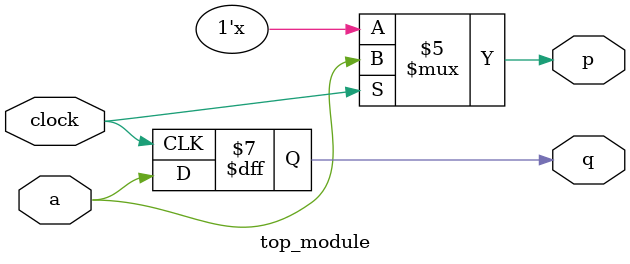
<source format=v>
module top_module (
    input clock,
    input a,
    output p,
    output q );
    always @(clock) begin
        if(clock)p<=a;
        else p<=p;
    end
    always @(negedge clock)begin
        if(~clock)q<=a;
    end
endmodule

</source>
